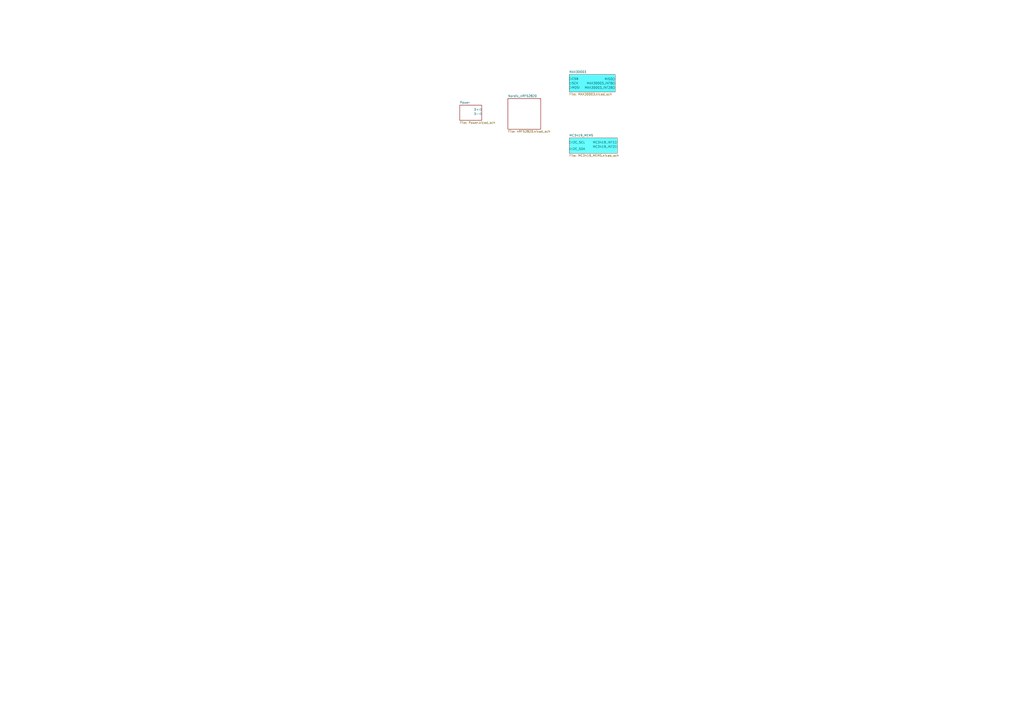
<source format=kicad_sch>
(kicad_sch (version 20211123) (generator eeschema)
  (paper "A2")
  (lib_symbols)
  (wire (pts (xy 330.2 46.99) (xy 330.2 45.72)))
  (sheet (at 294.64 57.15) (size 19.05 17.78) (stroke (width 0.1524))
    (property "Sheet name" "Nordic_nRF52820" (at 294.64 56.4384 0) (effects (justify left bottom)))
    (property "Sheet file" "nRF52820.kicad_sch" (at 294.64 75.5146 0) (effects (justify left top)))
  )
  (sheet (at 330.2 43.18) (size 26.67 10.16) (stroke (width 0.1524)) (fill (color 94 249 255 1.0000))
    (property "Sheet name" "MAX30003" (at 330.2 42.4684 0) (effects (justify left bottom)))
    (property "Sheet file" "MAX30003.kicad_sch" (at 330.2 53.9246 0) (effects (justify left top)))
    (pin "CSB" input (at 330.2 45.72 180))
    (pin "SCK" input (at 330.2 48.26 180))
    (pin "MAX30003_INTB" output (at 356.87 48.26 0))
    (pin "MAX30003_INT2B" output (at 356.87 50.8 0))
    (pin "MOSI" input (at 330.2 50.7642 180))
    (pin "MISO" output (at 356.87 45.8424 0))
  )
  (sheet (at 266.7 60.96) (size 12.7 8.89) (stroke (width 0.1524))
    (property "Sheet name" "Power" (at 266.7 60.2484 0) (effects (justify left bottom)))
    (property "Sheet file" "Power.kicad_sch" (at 266.7 70.4346 0) (effects (justify left top)))
    (pin "D-" bidirectional (at 279.4 66.04 0))
    (pin "D+" bidirectional (at 279.4 63.5 0))
  )
  (sheet (at 330.2 80.01) (size 27.94 8.89) (stroke (width 0.1524)) (fill (color 104 253 255 1.0000))
    (property "Sheet name" "MC3419_MEMS" (at 330.2 79.2984 0) (effects (justify left bottom)))
    (property "Sheet file" "MC3419_MEMS.kicad_sch" (at 330.2 89.4846 0) (effects (justify left top)))
    (pin "MC3419_INT1" output (at 358.14 82.55 0))
    (pin "MC3419_INT2" output (at 358.14 85.09 0))
    (pin "I2C_SCL" input (at 330.2 82.55 180))
    (pin "I2C_SDA" bidirectional (at 330.2 86.36 180))
  )
)
</source>
